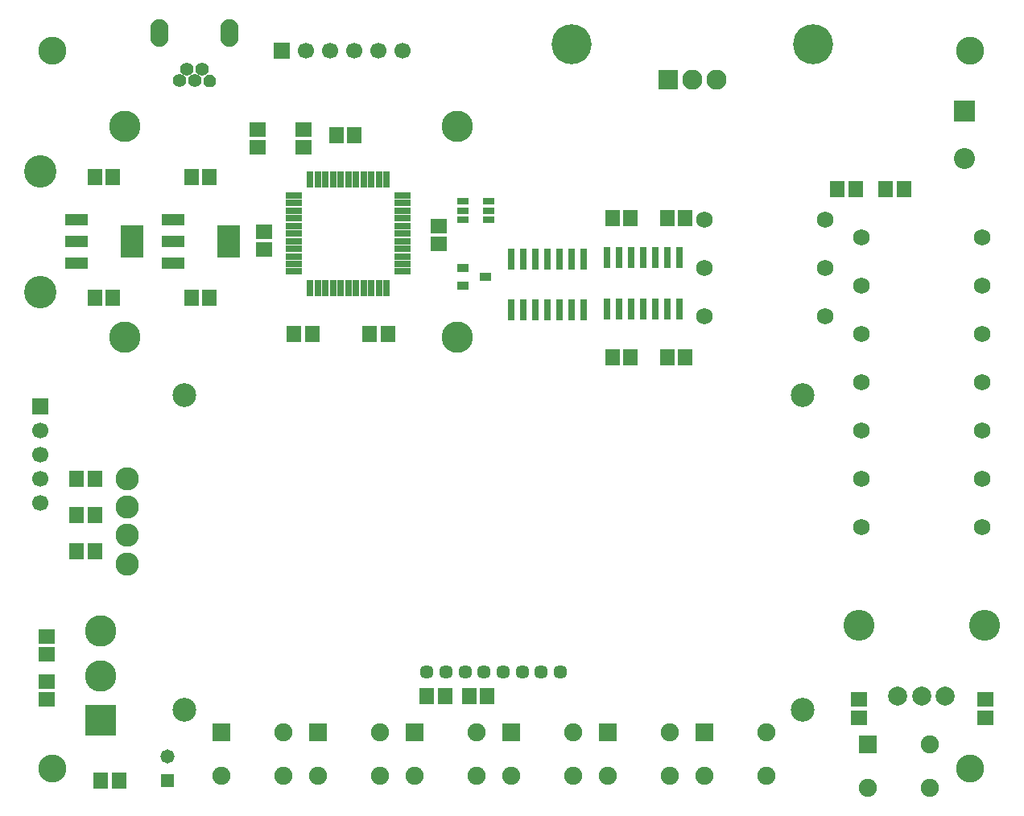
<source format=gts>
G04 DipTrace 2.3.1.0*
%INcurrent-drain.gts*%
%MOIN*%
%ADD16C,0.0787*%
%ADD32R,0.0748X0.0748*%
%ADD33C,0.0748*%
%ADD39R,0.0669X0.0669*%
%ADD40C,0.0669*%
%ADD52C,0.1299*%
%ADD53C,0.116*%
%ADD54C,0.0984*%
%ADD57C,0.0965*%
%ADD69R,0.0316X0.0867*%
%ADD71R,0.0257X0.0671*%
%ADD73R,0.0671X0.0257*%
%ADD75R,0.0926X0.136*%
%ADD77R,0.0926X0.0454*%
%ADD79R,0.0513X0.0316*%
%ADD81R,0.0493X0.0336*%
%ADD83C,0.128*%
%ADD86C,0.13*%
%ADD88R,0.13X0.13*%
%ADD90C,0.068*%
%ADD92C,0.068*%
%ADD94C,0.0828*%
%ADD95R,0.0828X0.0828*%
%ADD97C,0.0572*%
%ADD99C,0.0867*%
%ADD100R,0.0867X0.0867*%
%ADD102O,0.0749X0.1143*%
%ADD104C,0.0552*%
%ADD108C,0.1655*%
%ADD110R,0.058X0.058*%
%ADD112C,0.058*%
%ADD114R,0.0671X0.0592*%
%ADD116R,0.0592X0.0671*%
%ADD118C,0.134*%
%FSLAX44Y44*%
G04*
G70*
G90*
G75*
G01*
%LNTopMask*%
%LPD*%
D118*
X5065Y30565D3*
Y25565D3*
D52*
X22317Y32441D3*
Y23689D3*
X8565D3*
Y32440D3*
D116*
X21065Y8815D3*
X21813D3*
X7315Y30315D3*
X8063D3*
X7315Y25315D3*
X8063D3*
X23563Y8815D3*
X22815D3*
X11315Y30315D3*
X12063D3*
X11315Y25315D3*
X12063D3*
D114*
X14315Y28065D3*
Y27317D3*
X21565Y27565D3*
Y28313D3*
D116*
X17315Y32065D3*
X18063D3*
X16315Y23815D3*
X15567D3*
D112*
X10315Y6315D3*
D110*
Y5315D3*
D53*
X5565Y35565D3*
Y5815D3*
X43565D3*
Y35565D3*
D108*
X37065Y35815D3*
X27065D3*
D39*
X5065Y20815D3*
D40*
Y19815D3*
Y18815D3*
Y17815D3*
Y16815D3*
G36*
X12172Y34057D2*
X11958D1*
X11807Y34208D1*
Y34422D1*
X11958Y34573D1*
X12172D1*
X12323Y34422D1*
Y34208D1*
X12172Y34057D1*
G37*
D104*
X11750Y34787D3*
X11435Y34315D3*
X11120Y34787D3*
X10805Y34315D3*
D102*
X12872Y36303D3*
X9998D3*
D39*
X15065Y35565D3*
D40*
X16065D3*
X17065D3*
X18065D3*
X19065D3*
X20065D3*
D100*
X43315Y33065D3*
D99*
Y31096D3*
D97*
X21065Y9815D3*
X21852D3*
X22640D3*
X23427D3*
X24215D3*
X25002D3*
X25789D3*
X26577D3*
D57*
X8644Y17846D3*
Y16665D3*
Y15484D3*
Y14303D3*
D54*
X11026Y21311D3*
X36616D3*
X11026Y8280D3*
X36616D3*
D95*
X31065Y34377D3*
D94*
X32065D3*
X33065D3*
D116*
X6565Y17815D3*
X7313D3*
X6565Y16315D3*
X7313D3*
X6565Y14815D3*
X7313D3*
D114*
X5315Y10565D3*
Y11313D3*
X5316Y8689D3*
Y9437D3*
X15940Y31565D3*
Y32313D3*
X14065Y31565D3*
Y32313D3*
X38939Y8689D3*
Y7941D3*
X44189Y8689D3*
Y7941D3*
D116*
X19440Y23815D3*
X18692D3*
X28752Y22878D3*
X29500D3*
X28752Y28628D3*
X29500D3*
X31002Y22878D3*
X31750D3*
Y28628D3*
X31002D3*
X40065Y29815D3*
X40813D3*
X38065D3*
X38813D3*
D92*
X44065Y15815D3*
D90*
X39065D3*
D92*
X44065Y17815D3*
D90*
X39065D3*
D92*
X44065Y19815D3*
D90*
X39065D3*
D92*
X44065Y21815D3*
D90*
X39065D3*
D92*
X44065Y23815D3*
D90*
X39065D3*
D92*
X44065Y25815D3*
D90*
X39065D3*
D92*
X44065Y27815D3*
D90*
X39065D3*
D92*
X37565Y24565D3*
D90*
X32565D3*
D92*
X37565Y26565D3*
D90*
X32565D3*
D92*
X37565Y28565D3*
D90*
X32565D3*
D116*
X7565Y5315D3*
X8313D3*
D88*
X7565Y7815D3*
D86*
Y9665D3*
Y11516D3*
D16*
X40565Y8815D3*
X41549D3*
X42534D3*
D83*
X38951Y11768D3*
X44148D3*
D32*
X12565Y7315D3*
D33*
Y5543D3*
X15124D3*
Y7315D3*
D32*
X32565D3*
D33*
Y5543D3*
X35124D3*
Y7315D3*
D32*
X20565D3*
D33*
Y5543D3*
X23124D3*
Y7315D3*
D32*
X28565D3*
D33*
Y5543D3*
X31124D3*
Y7315D3*
D32*
X16565D3*
D33*
Y5543D3*
X19124D3*
Y7315D3*
D32*
X39315Y6815D3*
D33*
Y5043D3*
X41874D3*
Y6815D3*
D32*
X24565Y7315D3*
D33*
Y5543D3*
X27124D3*
Y7315D3*
D81*
X22565Y26565D3*
Y25817D3*
X23471Y26191D3*
D79*
X22565Y29315D3*
Y28941D3*
Y28567D3*
X23628D3*
Y28941D3*
Y29315D3*
D77*
X6565Y28565D3*
Y27659D3*
Y26754D3*
D75*
X8848Y27659D3*
D77*
X10565Y28565D3*
Y27659D3*
Y26754D3*
D75*
X12848Y27659D3*
D73*
X15565Y29565D3*
Y29250D3*
Y28935D3*
Y28620D3*
Y28305D3*
Y27990D3*
Y27675D3*
Y27360D3*
Y27045D3*
Y26730D3*
Y26415D3*
D71*
X16234Y25746D3*
X16549D3*
X16864D3*
X17179D3*
X17494D3*
X17809D3*
X18124D3*
X18439D3*
X18754D3*
X19069D3*
X19384D3*
D73*
X20053Y26415D3*
Y26730D3*
Y27045D3*
Y27360D3*
Y27675D3*
Y27990D3*
Y28305D3*
Y28620D3*
Y28935D3*
Y29250D3*
Y29565D3*
D71*
X19384Y30234D3*
X19069D3*
X18754D3*
X18439D3*
X18124D3*
X17809D3*
X17494D3*
X17179D3*
X16864D3*
X16549D3*
X16234D3*
D69*
X28502Y24878D3*
X29002D3*
X29502D3*
X30002D3*
X30502D3*
X31002D3*
X31502D3*
Y27004D3*
X31002D3*
X30502D3*
X30002D3*
X29502D3*
X29002D3*
X28502D3*
X24565Y24815D3*
X25065D3*
X25565D3*
X26065D3*
X26565D3*
X27065D3*
X27565D3*
Y26941D3*
X27065D3*
X26565D3*
X26065D3*
X25565D3*
X25065D3*
X24565D3*
M02*

</source>
